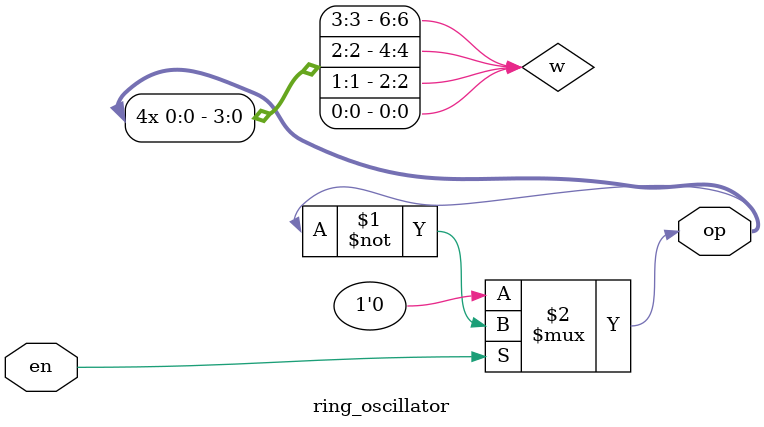
<source format=v>
`timescale 1ns/1ps

module ring_oscillator(input en, output op);
    
    (* KEEP = "true", DONT_TOUCH = "true" *)
    wire [6:0] w;
            
//    (* KEEP = "true", DONT_TOUCH = "true" *)
//    LUT1 #(.INIT(2'b01)) inv0 (.I0(fb), .O(w0));
//    (* KEEP = "true", DONT_TOUCH = "true" *)
//    LUT1 #(.INIT(2'b01)) inv1 (.I0(w0), .O(w1));
//    (* KEEP = "true", DONT_TOUCH = "true" *)
//    LUT1 #(.INIT(2'b01)) inv2 (.I0(w1), .O(w2));
//    (* KEEP = "true", DONT_TOUCH = "true" *)
//    LUT1 #(.INIT(2'b01)) inv3 (.I0(w2), .O(w3));
//    (* KEEP = "true", DONT_TOUCH = "true" *)
//    LUT1 #(.INIT(2'b01)) inv4 (.I0(w3), .O(w4));
//    (* KEEP = "true", DONT_TOUCH = "true" *)
//    LUT1 #(.INIT(2'b01)) inv5 (.I0(w4), .O(w5));
//    (* KEEP = "true", DONT_TOUCH = "true" *)
//    LUT1 #(.INIT(2'b01)) inv6 (.I0(w5), .O(w6));

    assign w[0] = (en) ? ~w[6] : 1'b0;
    assign w[1] = ~w[0];
    assign w[2] = ~w[1];
    assign w[3] = ~w[2];
    assign w[4] = ~w[3];
    assign w[5] = ~w[4];
    assign w[6] = ~w[5];
    
    assign op = w[6];
    
endmodule

</source>
